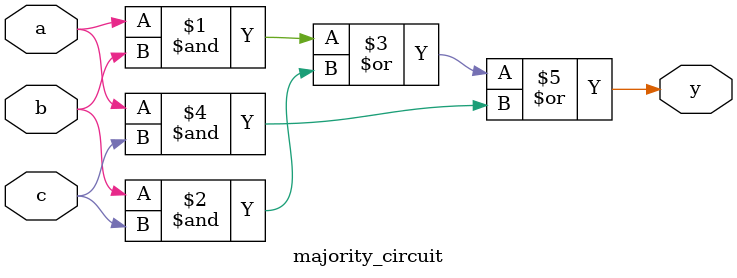
<source format=v>
module majority_circuit (
    input wire a,
    input wire b,
    input wire c,
    output wire y
);

assign y = (a & b) | (b & c) | (a & c); // Majority function

endmodule

</source>
